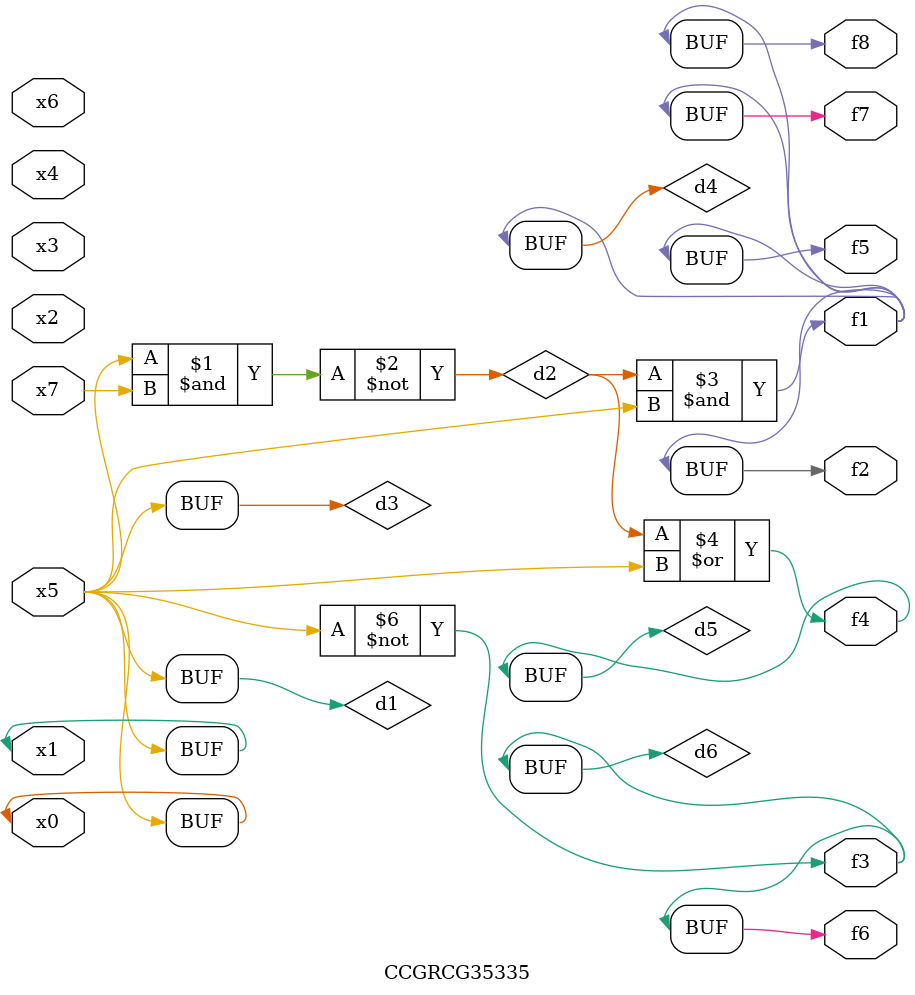
<source format=v>
module CCGRCG35335(
	input x0, x1, x2, x3, x4, x5, x6, x7,
	output f1, f2, f3, f4, f5, f6, f7, f8
);

	wire d1, d2, d3, d4, d5, d6;

	buf (d1, x0, x5);
	nand (d2, x5, x7);
	buf (d3, x0, x1);
	and (d4, d2, d3);
	or (d5, d2, d3);
	nor (d6, d1, d3);
	assign f1 = d4;
	assign f2 = d4;
	assign f3 = d6;
	assign f4 = d5;
	assign f5 = d4;
	assign f6 = d6;
	assign f7 = d4;
	assign f8 = d4;
endmodule

</source>
